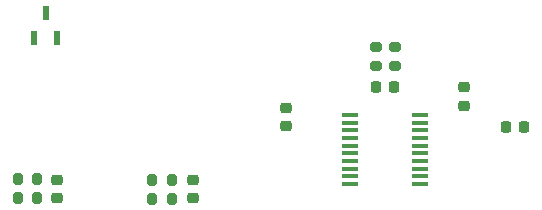
<source format=gbr>
%TF.GenerationSoftware,KiCad,Pcbnew,9.0.2*%
%TF.CreationDate,2025-08-03T14:59:52-04:00*%
%TF.ProjectId,SGTC_Center,53475443-5f43-4656-9e74-65722e6b6963,rev?*%
%TF.SameCoordinates,Original*%
%TF.FileFunction,Paste,Top*%
%TF.FilePolarity,Positive*%
%FSLAX46Y46*%
G04 Gerber Fmt 4.6, Leading zero omitted, Abs format (unit mm)*
G04 Created by KiCad (PCBNEW 9.0.2) date 2025-08-03 14:59:52*
%MOMM*%
%LPD*%
G01*
G04 APERTURE LIST*
G04 Aperture macros list*
%AMRoundRect*
0 Rectangle with rounded corners*
0 $1 Rounding radius*
0 $2 $3 $4 $5 $6 $7 $8 $9 X,Y pos of 4 corners*
0 Add a 4 corners polygon primitive as box body*
4,1,4,$2,$3,$4,$5,$6,$7,$8,$9,$2,$3,0*
0 Add four circle primitives for the rounded corners*
1,1,$1+$1,$2,$3*
1,1,$1+$1,$4,$5*
1,1,$1+$1,$6,$7*
1,1,$1+$1,$8,$9*
0 Add four rect primitives between the rounded corners*
20,1,$1+$1,$2,$3,$4,$5,0*
20,1,$1+$1,$4,$5,$6,$7,0*
20,1,$1+$1,$6,$7,$8,$9,0*
20,1,$1+$1,$8,$9,$2,$3,0*%
G04 Aperture macros list end*
%ADD10RoundRect,0.225000X-0.250000X0.225000X-0.250000X-0.225000X0.250000X-0.225000X0.250000X0.225000X0*%
%ADD11RoundRect,0.200000X0.200000X0.275000X-0.200000X0.275000X-0.200000X-0.275000X0.200000X-0.275000X0*%
%ADD12RoundRect,0.225000X-0.225000X-0.250000X0.225000X-0.250000X0.225000X0.250000X-0.225000X0.250000X0*%
%ADD13R,1.409700X0.355600*%
%ADD14RoundRect,0.200000X-0.275000X0.200000X-0.275000X-0.200000X0.275000X-0.200000X0.275000X0.200000X0*%
%ADD15R,0.599999X1.300000*%
%ADD16RoundRect,0.200000X0.275000X-0.200000X0.275000X0.200000X-0.275000X0.200000X-0.275000X-0.200000X0*%
%ADD17RoundRect,0.200000X-0.200000X-0.275000X0.200000X-0.275000X0.200000X0.275000X-0.200000X0.275000X0*%
G04 APERTURE END LIST*
D10*
%TO.C,C1*%
X129500000Y-109625000D03*
X129500000Y-111175000D03*
%TD*%
D11*
%TO.C,R4*%
X116325000Y-111200000D03*
X114675000Y-111200000D03*
%TD*%
D10*
%TO.C,C2*%
X118000000Y-109625000D03*
X118000000Y-111175000D03*
%TD*%
D12*
%TO.C,C4*%
X156025000Y-105200000D03*
X157575000Y-105200000D03*
%TD*%
D13*
%TO.C,U1*%
X142800000Y-104150002D03*
X142800000Y-104800003D03*
X142800000Y-105450001D03*
X142800000Y-106100003D03*
X142800000Y-106750001D03*
X142800000Y-107400000D03*
X142800000Y-108050001D03*
X142800000Y-108700000D03*
X142800000Y-109350001D03*
X142800000Y-110000000D03*
X148705500Y-110000002D03*
X148705500Y-109350004D03*
X148705500Y-108700003D03*
X148705500Y-108050004D03*
X148705500Y-107400003D03*
X148705500Y-106750004D03*
X148705500Y-106100003D03*
X148705500Y-105450004D03*
X148705500Y-104800003D03*
X148705500Y-104150004D03*
%TD*%
D14*
%TO.C,R5*%
X145000000Y-98375000D03*
X145000000Y-100025000D03*
%TD*%
D15*
%TO.C,U2*%
X116099998Y-97600000D03*
X118000000Y-97600000D03*
X117049999Y-95500000D03*
%TD*%
D16*
%TO.C,R6*%
X146600000Y-100025000D03*
X146600000Y-98375000D03*
%TD*%
D17*
%TO.C,R3*%
X114675000Y-109600000D03*
X116325000Y-109600000D03*
%TD*%
D10*
%TO.C,C5*%
X137400000Y-103525000D03*
X137400000Y-105075000D03*
%TD*%
D12*
%TO.C,C3*%
X145025000Y-101800000D03*
X146575000Y-101800000D03*
%TD*%
D17*
%TO.C,R2*%
X126075000Y-109700000D03*
X127725000Y-109700000D03*
%TD*%
D11*
%TO.C,R1*%
X127725000Y-111300000D03*
X126075000Y-111300000D03*
%TD*%
D10*
%TO.C,C6*%
X152500000Y-101825000D03*
X152500000Y-103375000D03*
%TD*%
M02*

</source>
